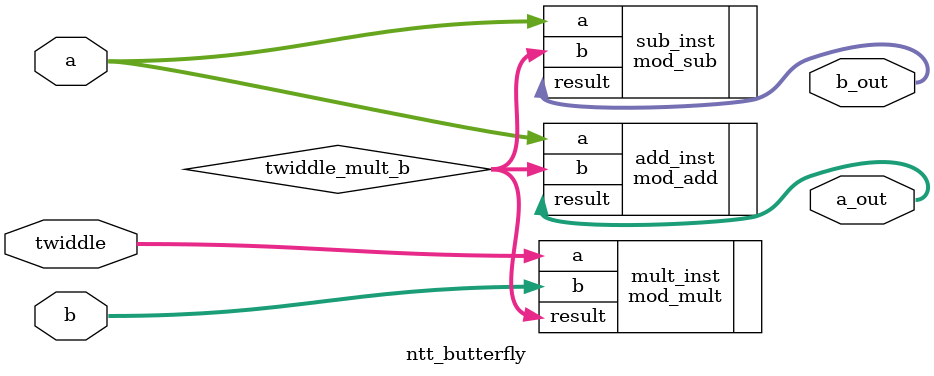
<source format=sv>
`timescale 1ns / 1ps


module ntt_butterfly #(
    parameter int WIDTH          = 32,    // Coefficient bit width
    parameter int Q              = 3329,  // Modulus (Kyber/Dilithium prime)
    parameter int REDUCTION_TYPE = 0      // 0=SIMPLE, 1=BARRETT, 2=MONTGOMERY
) (
    // Inputs
    input logic [WIDTH-1:0] a,       // First input coefficient
    input logic [WIDTH-1:0] b,       // Second input coefficient
    input logic [WIDTH-1:0] twiddle, // Twiddle factor ω

    // Outputs
    output logic [WIDTH-1:0] a_out,  // First output: (a + ω·b) mod q
    output logic [WIDTH-1:0] b_out   // Second output: (a - ω·b) mod q
);

  // Intermediate result: ω·b
  logic [WIDTH-1:0] twiddle_mult_b;

  // Modular multiplication: twiddle * b
  mod_mult #(
      .WIDTH(WIDTH),
      .Q(Q),
      .REDUCTION_TYPE(REDUCTION_TYPE)
  ) mult_inst (
      .a(twiddle),
      .b(b),
      .result(twiddle_mult_b)
  );

  // Modular addition: a + (twiddle * b)
  mod_add #(
      .WIDTH(WIDTH),
      .Q(Q)
  ) add_inst (
      .a(a),
      .b(twiddle_mult_b),
      .result(a_out)
  );

  // Modular subtraction: a - (twiddle * b)
  mod_sub #(
      .WIDTH(WIDTH),
      .Q(Q)
  ) sub_inst (
      .a(a),
      .b(twiddle_mult_b),
      .result(b_out)
  );

endmodule

</source>
